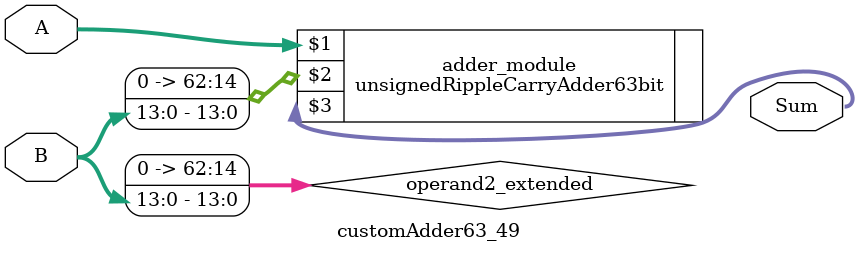
<source format=v>
module customAdder63_49(
                        input [62 : 0] A,
                        input [13 : 0] B,
                        
                        output [63 : 0] Sum
                );

        wire [62 : 0] operand2_extended;
        
        assign operand2_extended =  {49'b0, B};
        
        unsignedRippleCarryAdder63bit adder_module(
            A,
            operand2_extended,
            Sum
        );
        
        endmodule
        
</source>
